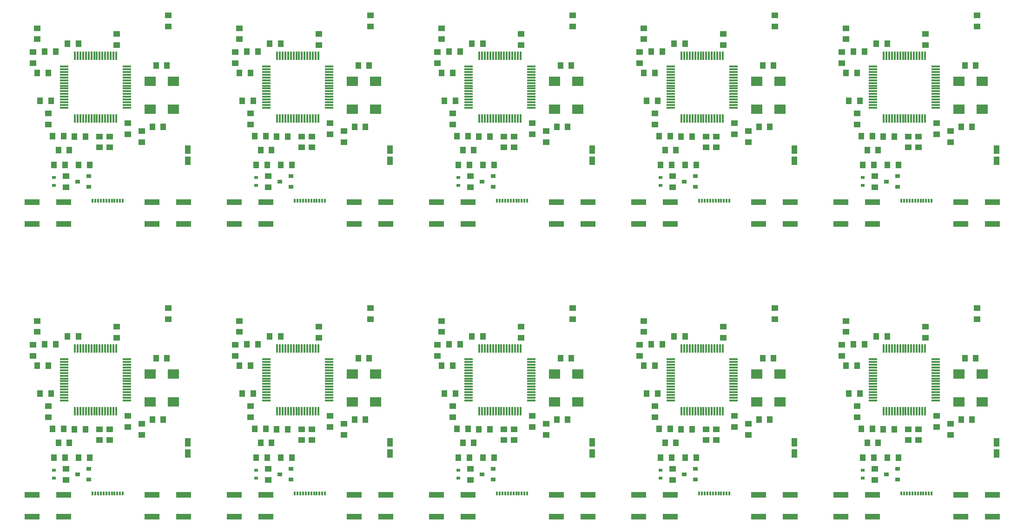
<source format=gtp>
G04 #@! TF.FileFunction,Paste,Top*
%FSLAX46Y46*%
G04 Gerber Fmt 4.6, Leading zero omitted, Abs format (unit mm)*
G04 Created by KiCad (PCBNEW 4.0.6) date Fri Nov 17 13:30:40 2017*
%MOMM*%
%LPD*%
G01*
G04 APERTURE LIST*
%ADD10C,0.100000*%
%ADD11R,1.000000X1.250000*%
%ADD12R,1.250000X1.000000*%
%ADD13R,0.700000X0.600000*%
%ADD14R,0.300000X0.700000*%
%ADD15R,2.750000X1.000000*%
%ADD16R,1.500000X0.300000*%
%ADD17R,0.300000X1.500000*%
%ADD18R,0.900000X0.800000*%
%ADD19R,2.000000X1.800000*%
%ADD20R,1.000000X1.524000*%
G04 APERTURE END LIST*
D10*
D11*
X87004400Y-54203600D03*
X85004400Y-54203600D03*
D12*
X82397600Y-66106800D03*
X82397600Y-68106800D03*
X79883000Y-66659000D03*
X79883000Y-64659000D03*
X77851000Y-50403000D03*
X77851000Y-48403000D03*
D11*
X70850000Y-50165000D03*
X68850000Y-50165000D03*
X64722500Y-51625500D03*
X66722500Y-51625500D03*
D12*
X65405000Y-62881000D03*
X65405000Y-64881000D03*
D11*
X65897000Y-60579000D03*
X63897000Y-60579000D03*
D12*
X68580000Y-74311000D03*
X68580000Y-76311000D03*
D11*
X72882000Y-72263000D03*
X70882000Y-72263000D03*
D13*
X66421000Y-76011000D03*
X66421000Y-74611000D03*
D11*
X66437000Y-72263000D03*
X68437000Y-72263000D03*
D14*
X73450000Y-78800000D03*
X73950000Y-78800000D03*
X74450000Y-78800000D03*
X74950000Y-78800000D03*
X75450000Y-78800000D03*
X75950000Y-78800000D03*
X76450000Y-78800000D03*
X78950000Y-78800000D03*
X77950000Y-78800000D03*
X77450000Y-78800000D03*
X76950000Y-78800000D03*
X78450000Y-78800000D03*
D11*
X67224400Y-69545200D03*
X69224400Y-69545200D03*
X65389000Y-55499000D03*
X63389000Y-55499000D03*
D12*
X62611000Y-53705000D03*
X62611000Y-51705000D03*
D11*
X70120000Y-67081400D03*
X72120000Y-67081400D03*
D12*
X74726800Y-69097400D03*
X74726800Y-67097400D03*
X76555600Y-67097400D03*
X76555600Y-69097400D03*
D11*
X66183000Y-67056000D03*
X68183000Y-67056000D03*
D12*
X63322200Y-47361600D03*
X63322200Y-49361600D03*
X87198200Y-45050200D03*
X87198200Y-47050200D03*
D15*
X68158000Y-79026000D03*
X62398000Y-79026000D03*
X62398000Y-83026000D03*
X68158000Y-83026000D03*
X90002000Y-79026000D03*
X84242000Y-79026000D03*
X84242000Y-83026000D03*
X90002000Y-83026000D03*
D16*
X79677500Y-61852500D03*
X79677500Y-61352500D03*
X79677500Y-60852500D03*
X79677500Y-60352500D03*
X79677500Y-59852500D03*
X79677500Y-59352500D03*
X79677500Y-58852500D03*
X79677500Y-58352500D03*
X79677500Y-57852500D03*
X79677500Y-57352500D03*
X79677500Y-56852500D03*
X79677500Y-56352500D03*
X79677500Y-55852500D03*
X79677500Y-55352500D03*
X79677500Y-54852500D03*
X79677500Y-54352500D03*
D17*
X77727500Y-52402500D03*
X77227500Y-52402500D03*
X76727500Y-52402500D03*
X76227500Y-52402500D03*
X75727500Y-52402500D03*
X75227500Y-52402500D03*
X74727500Y-52402500D03*
X74227500Y-52402500D03*
X73727500Y-52402500D03*
X73227500Y-52402500D03*
X72727500Y-52402500D03*
X72227500Y-52402500D03*
X71727500Y-52402500D03*
X71227500Y-52402500D03*
X70727500Y-52402500D03*
X70227500Y-52402500D03*
D16*
X68277500Y-54352500D03*
X68277500Y-54852500D03*
X68277500Y-55352500D03*
X68277500Y-55852500D03*
X68277500Y-56352500D03*
X68277500Y-56852500D03*
X68277500Y-57352500D03*
X68277500Y-57852500D03*
X68277500Y-58352500D03*
X68277500Y-58852500D03*
X68277500Y-59352500D03*
X68277500Y-59852500D03*
X68277500Y-60352500D03*
X68277500Y-60852500D03*
X68277500Y-61352500D03*
X68277500Y-61852500D03*
D17*
X70227500Y-63802500D03*
X70727500Y-63802500D03*
X71227500Y-63802500D03*
X71727500Y-63802500D03*
X72227500Y-63802500D03*
X72727500Y-63802500D03*
X73227500Y-63802500D03*
X73727500Y-63802500D03*
X74227500Y-63802500D03*
X74727500Y-63802500D03*
X75227500Y-63802500D03*
X75727500Y-63802500D03*
X76227500Y-63802500D03*
X76727500Y-63802500D03*
X77227500Y-63802500D03*
X77727500Y-63802500D03*
D18*
X72755000Y-76261000D03*
X72755000Y-74361000D03*
X70755000Y-75311000D03*
D11*
X84318600Y-65379600D03*
X86318600Y-65379600D03*
D19*
X88142500Y-62166500D03*
X88142500Y-57086500D03*
X83942500Y-57086500D03*
X83942500Y-62166500D03*
D20*
X90805000Y-71501000D03*
X90805000Y-69469000D03*
D11*
X123834400Y-54203600D03*
X121834400Y-54203600D03*
D12*
X119227600Y-66106800D03*
X119227600Y-68106800D03*
X116713000Y-66659000D03*
X116713000Y-64659000D03*
X114681000Y-50403000D03*
X114681000Y-48403000D03*
D11*
X107680000Y-50165000D03*
X105680000Y-50165000D03*
X101552500Y-51625500D03*
X103552500Y-51625500D03*
D12*
X102235000Y-62881000D03*
X102235000Y-64881000D03*
D11*
X102727000Y-60579000D03*
X100727000Y-60579000D03*
D12*
X105410000Y-74311000D03*
X105410000Y-76311000D03*
D11*
X109712000Y-72263000D03*
X107712000Y-72263000D03*
D13*
X103251000Y-76011000D03*
X103251000Y-74611000D03*
D11*
X103267000Y-72263000D03*
X105267000Y-72263000D03*
D14*
X110280000Y-78800000D03*
X110780000Y-78800000D03*
X111280000Y-78800000D03*
X111780000Y-78800000D03*
X112280000Y-78800000D03*
X112780000Y-78800000D03*
X113280000Y-78800000D03*
X115780000Y-78800000D03*
X114780000Y-78800000D03*
X114280000Y-78800000D03*
X113780000Y-78800000D03*
X115280000Y-78800000D03*
D11*
X104054400Y-69545200D03*
X106054400Y-69545200D03*
X102219000Y-55499000D03*
X100219000Y-55499000D03*
D12*
X99441000Y-53705000D03*
X99441000Y-51705000D03*
D11*
X106950000Y-67081400D03*
X108950000Y-67081400D03*
D12*
X111556800Y-69097400D03*
X111556800Y-67097400D03*
X113385600Y-67097400D03*
X113385600Y-69097400D03*
D11*
X103013000Y-67056000D03*
X105013000Y-67056000D03*
D12*
X100152200Y-47361600D03*
X100152200Y-49361600D03*
X124028200Y-45050200D03*
X124028200Y-47050200D03*
D15*
X104988000Y-79026000D03*
X99228000Y-79026000D03*
X99228000Y-83026000D03*
X104988000Y-83026000D03*
X126832000Y-79026000D03*
X121072000Y-79026000D03*
X121072000Y-83026000D03*
X126832000Y-83026000D03*
D16*
X116507500Y-61852500D03*
X116507500Y-61352500D03*
X116507500Y-60852500D03*
X116507500Y-60352500D03*
X116507500Y-59852500D03*
X116507500Y-59352500D03*
X116507500Y-58852500D03*
X116507500Y-58352500D03*
X116507500Y-57852500D03*
X116507500Y-57352500D03*
X116507500Y-56852500D03*
X116507500Y-56352500D03*
X116507500Y-55852500D03*
X116507500Y-55352500D03*
X116507500Y-54852500D03*
X116507500Y-54352500D03*
D17*
X114557500Y-52402500D03*
X114057500Y-52402500D03*
X113557500Y-52402500D03*
X113057500Y-52402500D03*
X112557500Y-52402500D03*
X112057500Y-52402500D03*
X111557500Y-52402500D03*
X111057500Y-52402500D03*
X110557500Y-52402500D03*
X110057500Y-52402500D03*
X109557500Y-52402500D03*
X109057500Y-52402500D03*
X108557500Y-52402500D03*
X108057500Y-52402500D03*
X107557500Y-52402500D03*
X107057500Y-52402500D03*
D16*
X105107500Y-54352500D03*
X105107500Y-54852500D03*
X105107500Y-55352500D03*
X105107500Y-55852500D03*
X105107500Y-56352500D03*
X105107500Y-56852500D03*
X105107500Y-57352500D03*
X105107500Y-57852500D03*
X105107500Y-58352500D03*
X105107500Y-58852500D03*
X105107500Y-59352500D03*
X105107500Y-59852500D03*
X105107500Y-60352500D03*
X105107500Y-60852500D03*
X105107500Y-61352500D03*
X105107500Y-61852500D03*
D17*
X107057500Y-63802500D03*
X107557500Y-63802500D03*
X108057500Y-63802500D03*
X108557500Y-63802500D03*
X109057500Y-63802500D03*
X109557500Y-63802500D03*
X110057500Y-63802500D03*
X110557500Y-63802500D03*
X111057500Y-63802500D03*
X111557500Y-63802500D03*
X112057500Y-63802500D03*
X112557500Y-63802500D03*
X113057500Y-63802500D03*
X113557500Y-63802500D03*
X114057500Y-63802500D03*
X114557500Y-63802500D03*
D18*
X109585000Y-76261000D03*
X109585000Y-74361000D03*
X107585000Y-75311000D03*
D11*
X121148600Y-65379600D03*
X123148600Y-65379600D03*
D19*
X124972500Y-62166500D03*
X124972500Y-57086500D03*
X120772500Y-57086500D03*
X120772500Y-62166500D03*
D20*
X127635000Y-71501000D03*
X127635000Y-69469000D03*
D11*
X160664400Y-54203600D03*
X158664400Y-54203600D03*
D12*
X156057600Y-66106800D03*
X156057600Y-68106800D03*
X153543000Y-66659000D03*
X153543000Y-64659000D03*
X151511000Y-50403000D03*
X151511000Y-48403000D03*
D11*
X144510000Y-50165000D03*
X142510000Y-50165000D03*
X138382500Y-51625500D03*
X140382500Y-51625500D03*
D12*
X139065000Y-62881000D03*
X139065000Y-64881000D03*
D11*
X139557000Y-60579000D03*
X137557000Y-60579000D03*
D12*
X142240000Y-74311000D03*
X142240000Y-76311000D03*
D11*
X146542000Y-72263000D03*
X144542000Y-72263000D03*
D13*
X140081000Y-76011000D03*
X140081000Y-74611000D03*
D11*
X140097000Y-72263000D03*
X142097000Y-72263000D03*
D14*
X147110000Y-78800000D03*
X147610000Y-78800000D03*
X148110000Y-78800000D03*
X148610000Y-78800000D03*
X149110000Y-78800000D03*
X149610000Y-78800000D03*
X150110000Y-78800000D03*
X152610000Y-78800000D03*
X151610000Y-78800000D03*
X151110000Y-78800000D03*
X150610000Y-78800000D03*
X152110000Y-78800000D03*
D11*
X140884400Y-69545200D03*
X142884400Y-69545200D03*
X139049000Y-55499000D03*
X137049000Y-55499000D03*
D12*
X136271000Y-53705000D03*
X136271000Y-51705000D03*
D11*
X143780000Y-67081400D03*
X145780000Y-67081400D03*
D12*
X148386800Y-69097400D03*
X148386800Y-67097400D03*
X150215600Y-67097400D03*
X150215600Y-69097400D03*
D11*
X139843000Y-67056000D03*
X141843000Y-67056000D03*
D12*
X136982200Y-47361600D03*
X136982200Y-49361600D03*
X160858200Y-45050200D03*
X160858200Y-47050200D03*
D15*
X141818000Y-79026000D03*
X136058000Y-79026000D03*
X136058000Y-83026000D03*
X141818000Y-83026000D03*
X163662000Y-79026000D03*
X157902000Y-79026000D03*
X157902000Y-83026000D03*
X163662000Y-83026000D03*
D16*
X153337500Y-61852500D03*
X153337500Y-61352500D03*
X153337500Y-60852500D03*
X153337500Y-60352500D03*
X153337500Y-59852500D03*
X153337500Y-59352500D03*
X153337500Y-58852500D03*
X153337500Y-58352500D03*
X153337500Y-57852500D03*
X153337500Y-57352500D03*
X153337500Y-56852500D03*
X153337500Y-56352500D03*
X153337500Y-55852500D03*
X153337500Y-55352500D03*
X153337500Y-54852500D03*
X153337500Y-54352500D03*
D17*
X151387500Y-52402500D03*
X150887500Y-52402500D03*
X150387500Y-52402500D03*
X149887500Y-52402500D03*
X149387500Y-52402500D03*
X148887500Y-52402500D03*
X148387500Y-52402500D03*
X147887500Y-52402500D03*
X147387500Y-52402500D03*
X146887500Y-52402500D03*
X146387500Y-52402500D03*
X145887500Y-52402500D03*
X145387500Y-52402500D03*
X144887500Y-52402500D03*
X144387500Y-52402500D03*
X143887500Y-52402500D03*
D16*
X141937500Y-54352500D03*
X141937500Y-54852500D03*
X141937500Y-55352500D03*
X141937500Y-55852500D03*
X141937500Y-56352500D03*
X141937500Y-56852500D03*
X141937500Y-57352500D03*
X141937500Y-57852500D03*
X141937500Y-58352500D03*
X141937500Y-58852500D03*
X141937500Y-59352500D03*
X141937500Y-59852500D03*
X141937500Y-60352500D03*
X141937500Y-60852500D03*
X141937500Y-61352500D03*
X141937500Y-61852500D03*
D17*
X143887500Y-63802500D03*
X144387500Y-63802500D03*
X144887500Y-63802500D03*
X145387500Y-63802500D03*
X145887500Y-63802500D03*
X146387500Y-63802500D03*
X146887500Y-63802500D03*
X147387500Y-63802500D03*
X147887500Y-63802500D03*
X148387500Y-63802500D03*
X148887500Y-63802500D03*
X149387500Y-63802500D03*
X149887500Y-63802500D03*
X150387500Y-63802500D03*
X150887500Y-63802500D03*
X151387500Y-63802500D03*
D18*
X146415000Y-76261000D03*
X146415000Y-74361000D03*
X144415000Y-75311000D03*
D11*
X157978600Y-65379600D03*
X159978600Y-65379600D03*
D19*
X161802500Y-62166500D03*
X161802500Y-57086500D03*
X157602500Y-57086500D03*
X157602500Y-62166500D03*
D20*
X164465000Y-71501000D03*
X164465000Y-69469000D03*
D11*
X197494400Y-54203600D03*
X195494400Y-54203600D03*
D12*
X192887600Y-66106800D03*
X192887600Y-68106800D03*
X190373000Y-66659000D03*
X190373000Y-64659000D03*
X188341000Y-50403000D03*
X188341000Y-48403000D03*
D11*
X181340000Y-50165000D03*
X179340000Y-50165000D03*
X175212500Y-51625500D03*
X177212500Y-51625500D03*
D12*
X175895000Y-62881000D03*
X175895000Y-64881000D03*
D11*
X176387000Y-60579000D03*
X174387000Y-60579000D03*
D12*
X179070000Y-74311000D03*
X179070000Y-76311000D03*
D11*
X183372000Y-72263000D03*
X181372000Y-72263000D03*
D13*
X176911000Y-76011000D03*
X176911000Y-74611000D03*
D11*
X176927000Y-72263000D03*
X178927000Y-72263000D03*
D14*
X183940000Y-78800000D03*
X184440000Y-78800000D03*
X184940000Y-78800000D03*
X185440000Y-78800000D03*
X185940000Y-78800000D03*
X186440000Y-78800000D03*
X186940000Y-78800000D03*
X189440000Y-78800000D03*
X188440000Y-78800000D03*
X187940000Y-78800000D03*
X187440000Y-78800000D03*
X188940000Y-78800000D03*
D11*
X177714400Y-69545200D03*
X179714400Y-69545200D03*
X175879000Y-55499000D03*
X173879000Y-55499000D03*
D12*
X173101000Y-53705000D03*
X173101000Y-51705000D03*
D11*
X180610000Y-67081400D03*
X182610000Y-67081400D03*
D12*
X185216800Y-69097400D03*
X185216800Y-67097400D03*
X187045600Y-67097400D03*
X187045600Y-69097400D03*
D11*
X176673000Y-67056000D03*
X178673000Y-67056000D03*
D12*
X173812200Y-47361600D03*
X173812200Y-49361600D03*
X197688200Y-45050200D03*
X197688200Y-47050200D03*
D15*
X178648000Y-79026000D03*
X172888000Y-79026000D03*
X172888000Y-83026000D03*
X178648000Y-83026000D03*
X200492000Y-79026000D03*
X194732000Y-79026000D03*
X194732000Y-83026000D03*
X200492000Y-83026000D03*
D16*
X190167500Y-61852500D03*
X190167500Y-61352500D03*
X190167500Y-60852500D03*
X190167500Y-60352500D03*
X190167500Y-59852500D03*
X190167500Y-59352500D03*
X190167500Y-58852500D03*
X190167500Y-58352500D03*
X190167500Y-57852500D03*
X190167500Y-57352500D03*
X190167500Y-56852500D03*
X190167500Y-56352500D03*
X190167500Y-55852500D03*
X190167500Y-55352500D03*
X190167500Y-54852500D03*
X190167500Y-54352500D03*
D17*
X188217500Y-52402500D03*
X187717500Y-52402500D03*
X187217500Y-52402500D03*
X186717500Y-52402500D03*
X186217500Y-52402500D03*
X185717500Y-52402500D03*
X185217500Y-52402500D03*
X184717500Y-52402500D03*
X184217500Y-52402500D03*
X183717500Y-52402500D03*
X183217500Y-52402500D03*
X182717500Y-52402500D03*
X182217500Y-52402500D03*
X181717500Y-52402500D03*
X181217500Y-52402500D03*
X180717500Y-52402500D03*
D16*
X178767500Y-54352500D03*
X178767500Y-54852500D03*
X178767500Y-55352500D03*
X178767500Y-55852500D03*
X178767500Y-56352500D03*
X178767500Y-56852500D03*
X178767500Y-57352500D03*
X178767500Y-57852500D03*
X178767500Y-58352500D03*
X178767500Y-58852500D03*
X178767500Y-59352500D03*
X178767500Y-59852500D03*
X178767500Y-60352500D03*
X178767500Y-60852500D03*
X178767500Y-61352500D03*
X178767500Y-61852500D03*
D17*
X180717500Y-63802500D03*
X181217500Y-63802500D03*
X181717500Y-63802500D03*
X182217500Y-63802500D03*
X182717500Y-63802500D03*
X183217500Y-63802500D03*
X183717500Y-63802500D03*
X184217500Y-63802500D03*
X184717500Y-63802500D03*
X185217500Y-63802500D03*
X185717500Y-63802500D03*
X186217500Y-63802500D03*
X186717500Y-63802500D03*
X187217500Y-63802500D03*
X187717500Y-63802500D03*
X188217500Y-63802500D03*
D18*
X183245000Y-76261000D03*
X183245000Y-74361000D03*
X181245000Y-75311000D03*
D11*
X194808600Y-65379600D03*
X196808600Y-65379600D03*
D19*
X198632500Y-62166500D03*
X198632500Y-57086500D03*
X194432500Y-57086500D03*
X194432500Y-62166500D03*
D20*
X201295000Y-71501000D03*
X201295000Y-69469000D03*
D11*
X234324400Y-54203600D03*
X232324400Y-54203600D03*
D12*
X229717600Y-66106800D03*
X229717600Y-68106800D03*
X227203000Y-66659000D03*
X227203000Y-64659000D03*
X225171000Y-50403000D03*
X225171000Y-48403000D03*
D11*
X218170000Y-50165000D03*
X216170000Y-50165000D03*
X212042500Y-51625500D03*
X214042500Y-51625500D03*
D12*
X212725000Y-62881000D03*
X212725000Y-64881000D03*
D11*
X213217000Y-60579000D03*
X211217000Y-60579000D03*
D12*
X215900000Y-74311000D03*
X215900000Y-76311000D03*
D11*
X220202000Y-72263000D03*
X218202000Y-72263000D03*
D13*
X213741000Y-76011000D03*
X213741000Y-74611000D03*
D11*
X213757000Y-72263000D03*
X215757000Y-72263000D03*
D14*
X220770000Y-78800000D03*
X221270000Y-78800000D03*
X221770000Y-78800000D03*
X222270000Y-78800000D03*
X222770000Y-78800000D03*
X223270000Y-78800000D03*
X223770000Y-78800000D03*
X226270000Y-78800000D03*
X225270000Y-78800000D03*
X224770000Y-78800000D03*
X224270000Y-78800000D03*
X225770000Y-78800000D03*
D11*
X214544400Y-69545200D03*
X216544400Y-69545200D03*
X212709000Y-55499000D03*
X210709000Y-55499000D03*
D12*
X209931000Y-53705000D03*
X209931000Y-51705000D03*
D11*
X217440000Y-67081400D03*
X219440000Y-67081400D03*
D12*
X222046800Y-69097400D03*
X222046800Y-67097400D03*
X223875600Y-67097400D03*
X223875600Y-69097400D03*
D11*
X213503000Y-67056000D03*
X215503000Y-67056000D03*
D12*
X210642200Y-47361600D03*
X210642200Y-49361600D03*
X234518200Y-45050200D03*
X234518200Y-47050200D03*
D15*
X215478000Y-79026000D03*
X209718000Y-79026000D03*
X209718000Y-83026000D03*
X215478000Y-83026000D03*
X237322000Y-79026000D03*
X231562000Y-79026000D03*
X231562000Y-83026000D03*
X237322000Y-83026000D03*
D16*
X226997500Y-61852500D03*
X226997500Y-61352500D03*
X226997500Y-60852500D03*
X226997500Y-60352500D03*
X226997500Y-59852500D03*
X226997500Y-59352500D03*
X226997500Y-58852500D03*
X226997500Y-58352500D03*
X226997500Y-57852500D03*
X226997500Y-57352500D03*
X226997500Y-56852500D03*
X226997500Y-56352500D03*
X226997500Y-55852500D03*
X226997500Y-55352500D03*
X226997500Y-54852500D03*
X226997500Y-54352500D03*
D17*
X225047500Y-52402500D03*
X224547500Y-52402500D03*
X224047500Y-52402500D03*
X223547500Y-52402500D03*
X223047500Y-52402500D03*
X222547500Y-52402500D03*
X222047500Y-52402500D03*
X221547500Y-52402500D03*
X221047500Y-52402500D03*
X220547500Y-52402500D03*
X220047500Y-52402500D03*
X219547500Y-52402500D03*
X219047500Y-52402500D03*
X218547500Y-52402500D03*
X218047500Y-52402500D03*
X217547500Y-52402500D03*
D16*
X215597500Y-54352500D03*
X215597500Y-54852500D03*
X215597500Y-55352500D03*
X215597500Y-55852500D03*
X215597500Y-56352500D03*
X215597500Y-56852500D03*
X215597500Y-57352500D03*
X215597500Y-57852500D03*
X215597500Y-58352500D03*
X215597500Y-58852500D03*
X215597500Y-59352500D03*
X215597500Y-59852500D03*
X215597500Y-60352500D03*
X215597500Y-60852500D03*
X215597500Y-61352500D03*
X215597500Y-61852500D03*
D17*
X217547500Y-63802500D03*
X218047500Y-63802500D03*
X218547500Y-63802500D03*
X219047500Y-63802500D03*
X219547500Y-63802500D03*
X220047500Y-63802500D03*
X220547500Y-63802500D03*
X221047500Y-63802500D03*
X221547500Y-63802500D03*
X222047500Y-63802500D03*
X222547500Y-63802500D03*
X223047500Y-63802500D03*
X223547500Y-63802500D03*
X224047500Y-63802500D03*
X224547500Y-63802500D03*
X225047500Y-63802500D03*
D18*
X220075000Y-76261000D03*
X220075000Y-74361000D03*
X218075000Y-75311000D03*
D11*
X231638600Y-65379600D03*
X233638600Y-65379600D03*
D19*
X235462500Y-62166500D03*
X235462500Y-57086500D03*
X231262500Y-57086500D03*
X231262500Y-62166500D03*
D20*
X238125000Y-71501000D03*
X238125000Y-69469000D03*
D11*
X87004400Y-107543600D03*
X85004400Y-107543600D03*
D12*
X82397600Y-119446800D03*
X82397600Y-121446800D03*
X79883000Y-119999000D03*
X79883000Y-117999000D03*
X77851000Y-103743000D03*
X77851000Y-101743000D03*
D11*
X70850000Y-103505000D03*
X68850000Y-103505000D03*
X64722500Y-104965500D03*
X66722500Y-104965500D03*
D12*
X65405000Y-116221000D03*
X65405000Y-118221000D03*
D11*
X65897000Y-113919000D03*
X63897000Y-113919000D03*
D12*
X68580000Y-127651000D03*
X68580000Y-129651000D03*
D11*
X72882000Y-125603000D03*
X70882000Y-125603000D03*
D13*
X66421000Y-129351000D03*
X66421000Y-127951000D03*
D11*
X66437000Y-125603000D03*
X68437000Y-125603000D03*
D14*
X73450000Y-132140000D03*
X73950000Y-132140000D03*
X74450000Y-132140000D03*
X74950000Y-132140000D03*
X75450000Y-132140000D03*
X75950000Y-132140000D03*
X76450000Y-132140000D03*
X78950000Y-132140000D03*
X77950000Y-132140000D03*
X77450000Y-132140000D03*
X76950000Y-132140000D03*
X78450000Y-132140000D03*
D11*
X67224400Y-122885200D03*
X69224400Y-122885200D03*
X65389000Y-108839000D03*
X63389000Y-108839000D03*
D12*
X62611000Y-107045000D03*
X62611000Y-105045000D03*
D11*
X70120000Y-120421400D03*
X72120000Y-120421400D03*
D12*
X74726800Y-122437400D03*
X74726800Y-120437400D03*
X76555600Y-120437400D03*
X76555600Y-122437400D03*
D11*
X66183000Y-120396000D03*
X68183000Y-120396000D03*
D12*
X63322200Y-100701600D03*
X63322200Y-102701600D03*
X87198200Y-98390200D03*
X87198200Y-100390200D03*
D15*
X68158000Y-132366000D03*
X62398000Y-132366000D03*
X62398000Y-136366000D03*
X68158000Y-136366000D03*
X90002000Y-132366000D03*
X84242000Y-132366000D03*
X84242000Y-136366000D03*
X90002000Y-136366000D03*
D16*
X79677500Y-115192500D03*
X79677500Y-114692500D03*
X79677500Y-114192500D03*
X79677500Y-113692500D03*
X79677500Y-113192500D03*
X79677500Y-112692500D03*
X79677500Y-112192500D03*
X79677500Y-111692500D03*
X79677500Y-111192500D03*
X79677500Y-110692500D03*
X79677500Y-110192500D03*
X79677500Y-109692500D03*
X79677500Y-109192500D03*
X79677500Y-108692500D03*
X79677500Y-108192500D03*
X79677500Y-107692500D03*
D17*
X77727500Y-105742500D03*
X77227500Y-105742500D03*
X76727500Y-105742500D03*
X76227500Y-105742500D03*
X75727500Y-105742500D03*
X75227500Y-105742500D03*
X74727500Y-105742500D03*
X74227500Y-105742500D03*
X73727500Y-105742500D03*
X73227500Y-105742500D03*
X72727500Y-105742500D03*
X72227500Y-105742500D03*
X71727500Y-105742500D03*
X71227500Y-105742500D03*
X70727500Y-105742500D03*
X70227500Y-105742500D03*
D16*
X68277500Y-107692500D03*
X68277500Y-108192500D03*
X68277500Y-108692500D03*
X68277500Y-109192500D03*
X68277500Y-109692500D03*
X68277500Y-110192500D03*
X68277500Y-110692500D03*
X68277500Y-111192500D03*
X68277500Y-111692500D03*
X68277500Y-112192500D03*
X68277500Y-112692500D03*
X68277500Y-113192500D03*
X68277500Y-113692500D03*
X68277500Y-114192500D03*
X68277500Y-114692500D03*
X68277500Y-115192500D03*
D17*
X70227500Y-117142500D03*
X70727500Y-117142500D03*
X71227500Y-117142500D03*
X71727500Y-117142500D03*
X72227500Y-117142500D03*
X72727500Y-117142500D03*
X73227500Y-117142500D03*
X73727500Y-117142500D03*
X74227500Y-117142500D03*
X74727500Y-117142500D03*
X75227500Y-117142500D03*
X75727500Y-117142500D03*
X76227500Y-117142500D03*
X76727500Y-117142500D03*
X77227500Y-117142500D03*
X77727500Y-117142500D03*
D18*
X72755000Y-129601000D03*
X72755000Y-127701000D03*
X70755000Y-128651000D03*
D11*
X84318600Y-118719600D03*
X86318600Y-118719600D03*
D19*
X88142500Y-115506500D03*
X88142500Y-110426500D03*
X83942500Y-110426500D03*
X83942500Y-115506500D03*
D20*
X90805000Y-124841000D03*
X90805000Y-122809000D03*
D11*
X123834400Y-107543600D03*
X121834400Y-107543600D03*
D12*
X119227600Y-119446800D03*
X119227600Y-121446800D03*
X116713000Y-119999000D03*
X116713000Y-117999000D03*
X114681000Y-103743000D03*
X114681000Y-101743000D03*
D11*
X107680000Y-103505000D03*
X105680000Y-103505000D03*
X101552500Y-104965500D03*
X103552500Y-104965500D03*
D12*
X102235000Y-116221000D03*
X102235000Y-118221000D03*
D11*
X102727000Y-113919000D03*
X100727000Y-113919000D03*
D12*
X105410000Y-127651000D03*
X105410000Y-129651000D03*
D11*
X109712000Y-125603000D03*
X107712000Y-125603000D03*
D13*
X103251000Y-129351000D03*
X103251000Y-127951000D03*
D11*
X103267000Y-125603000D03*
X105267000Y-125603000D03*
D14*
X110280000Y-132140000D03*
X110780000Y-132140000D03*
X111280000Y-132140000D03*
X111780000Y-132140000D03*
X112280000Y-132140000D03*
X112780000Y-132140000D03*
X113280000Y-132140000D03*
X115780000Y-132140000D03*
X114780000Y-132140000D03*
X114280000Y-132140000D03*
X113780000Y-132140000D03*
X115280000Y-132140000D03*
D11*
X104054400Y-122885200D03*
X106054400Y-122885200D03*
X102219000Y-108839000D03*
X100219000Y-108839000D03*
D12*
X99441000Y-107045000D03*
X99441000Y-105045000D03*
D11*
X106950000Y-120421400D03*
X108950000Y-120421400D03*
D12*
X111556800Y-122437400D03*
X111556800Y-120437400D03*
X113385600Y-120437400D03*
X113385600Y-122437400D03*
D11*
X103013000Y-120396000D03*
X105013000Y-120396000D03*
D12*
X100152200Y-100701600D03*
X100152200Y-102701600D03*
X124028200Y-98390200D03*
X124028200Y-100390200D03*
D15*
X104988000Y-132366000D03*
X99228000Y-132366000D03*
X99228000Y-136366000D03*
X104988000Y-136366000D03*
X126832000Y-132366000D03*
X121072000Y-132366000D03*
X121072000Y-136366000D03*
X126832000Y-136366000D03*
D16*
X116507500Y-115192500D03*
X116507500Y-114692500D03*
X116507500Y-114192500D03*
X116507500Y-113692500D03*
X116507500Y-113192500D03*
X116507500Y-112692500D03*
X116507500Y-112192500D03*
X116507500Y-111692500D03*
X116507500Y-111192500D03*
X116507500Y-110692500D03*
X116507500Y-110192500D03*
X116507500Y-109692500D03*
X116507500Y-109192500D03*
X116507500Y-108692500D03*
X116507500Y-108192500D03*
X116507500Y-107692500D03*
D17*
X114557500Y-105742500D03*
X114057500Y-105742500D03*
X113557500Y-105742500D03*
X113057500Y-105742500D03*
X112557500Y-105742500D03*
X112057500Y-105742500D03*
X111557500Y-105742500D03*
X111057500Y-105742500D03*
X110557500Y-105742500D03*
X110057500Y-105742500D03*
X109557500Y-105742500D03*
X109057500Y-105742500D03*
X108557500Y-105742500D03*
X108057500Y-105742500D03*
X107557500Y-105742500D03*
X107057500Y-105742500D03*
D16*
X105107500Y-107692500D03*
X105107500Y-108192500D03*
X105107500Y-108692500D03*
X105107500Y-109192500D03*
X105107500Y-109692500D03*
X105107500Y-110192500D03*
X105107500Y-110692500D03*
X105107500Y-111192500D03*
X105107500Y-111692500D03*
X105107500Y-112192500D03*
X105107500Y-112692500D03*
X105107500Y-113192500D03*
X105107500Y-113692500D03*
X105107500Y-114192500D03*
X105107500Y-114692500D03*
X105107500Y-115192500D03*
D17*
X107057500Y-117142500D03*
X107557500Y-117142500D03*
X108057500Y-117142500D03*
X108557500Y-117142500D03*
X109057500Y-117142500D03*
X109557500Y-117142500D03*
X110057500Y-117142500D03*
X110557500Y-117142500D03*
X111057500Y-117142500D03*
X111557500Y-117142500D03*
X112057500Y-117142500D03*
X112557500Y-117142500D03*
X113057500Y-117142500D03*
X113557500Y-117142500D03*
X114057500Y-117142500D03*
X114557500Y-117142500D03*
D18*
X109585000Y-129601000D03*
X109585000Y-127701000D03*
X107585000Y-128651000D03*
D11*
X121148600Y-118719600D03*
X123148600Y-118719600D03*
D19*
X124972500Y-115506500D03*
X124972500Y-110426500D03*
X120772500Y-110426500D03*
X120772500Y-115506500D03*
D20*
X127635000Y-124841000D03*
X127635000Y-122809000D03*
D11*
X160664400Y-107543600D03*
X158664400Y-107543600D03*
D12*
X156057600Y-119446800D03*
X156057600Y-121446800D03*
X153543000Y-119999000D03*
X153543000Y-117999000D03*
X151511000Y-103743000D03*
X151511000Y-101743000D03*
D11*
X144510000Y-103505000D03*
X142510000Y-103505000D03*
X138382500Y-104965500D03*
X140382500Y-104965500D03*
D12*
X139065000Y-116221000D03*
X139065000Y-118221000D03*
D11*
X139557000Y-113919000D03*
X137557000Y-113919000D03*
D12*
X142240000Y-127651000D03*
X142240000Y-129651000D03*
D11*
X146542000Y-125603000D03*
X144542000Y-125603000D03*
D13*
X140081000Y-129351000D03*
X140081000Y-127951000D03*
D11*
X140097000Y-125603000D03*
X142097000Y-125603000D03*
D14*
X147110000Y-132140000D03*
X147610000Y-132140000D03*
X148110000Y-132140000D03*
X148610000Y-132140000D03*
X149110000Y-132140000D03*
X149610000Y-132140000D03*
X150110000Y-132140000D03*
X152610000Y-132140000D03*
X151610000Y-132140000D03*
X151110000Y-132140000D03*
X150610000Y-132140000D03*
X152110000Y-132140000D03*
D11*
X140884400Y-122885200D03*
X142884400Y-122885200D03*
X139049000Y-108839000D03*
X137049000Y-108839000D03*
D12*
X136271000Y-107045000D03*
X136271000Y-105045000D03*
D11*
X143780000Y-120421400D03*
X145780000Y-120421400D03*
D12*
X148386800Y-122437400D03*
X148386800Y-120437400D03*
X150215600Y-120437400D03*
X150215600Y-122437400D03*
D11*
X139843000Y-120396000D03*
X141843000Y-120396000D03*
D12*
X136982200Y-100701600D03*
X136982200Y-102701600D03*
X160858200Y-98390200D03*
X160858200Y-100390200D03*
D15*
X141818000Y-132366000D03*
X136058000Y-132366000D03*
X136058000Y-136366000D03*
X141818000Y-136366000D03*
X163662000Y-132366000D03*
X157902000Y-132366000D03*
X157902000Y-136366000D03*
X163662000Y-136366000D03*
D16*
X153337500Y-115192500D03*
X153337500Y-114692500D03*
X153337500Y-114192500D03*
X153337500Y-113692500D03*
X153337500Y-113192500D03*
X153337500Y-112692500D03*
X153337500Y-112192500D03*
X153337500Y-111692500D03*
X153337500Y-111192500D03*
X153337500Y-110692500D03*
X153337500Y-110192500D03*
X153337500Y-109692500D03*
X153337500Y-109192500D03*
X153337500Y-108692500D03*
X153337500Y-108192500D03*
X153337500Y-107692500D03*
D17*
X151387500Y-105742500D03*
X150887500Y-105742500D03*
X150387500Y-105742500D03*
X149887500Y-105742500D03*
X149387500Y-105742500D03*
X148887500Y-105742500D03*
X148387500Y-105742500D03*
X147887500Y-105742500D03*
X147387500Y-105742500D03*
X146887500Y-105742500D03*
X146387500Y-105742500D03*
X145887500Y-105742500D03*
X145387500Y-105742500D03*
X144887500Y-105742500D03*
X144387500Y-105742500D03*
X143887500Y-105742500D03*
D16*
X141937500Y-107692500D03*
X141937500Y-108192500D03*
X141937500Y-108692500D03*
X141937500Y-109192500D03*
X141937500Y-109692500D03*
X141937500Y-110192500D03*
X141937500Y-110692500D03*
X141937500Y-111192500D03*
X141937500Y-111692500D03*
X141937500Y-112192500D03*
X141937500Y-112692500D03*
X141937500Y-113192500D03*
X141937500Y-113692500D03*
X141937500Y-114192500D03*
X141937500Y-114692500D03*
X141937500Y-115192500D03*
D17*
X143887500Y-117142500D03*
X144387500Y-117142500D03*
X144887500Y-117142500D03*
X145387500Y-117142500D03*
X145887500Y-117142500D03*
X146387500Y-117142500D03*
X146887500Y-117142500D03*
X147387500Y-117142500D03*
X147887500Y-117142500D03*
X148387500Y-117142500D03*
X148887500Y-117142500D03*
X149387500Y-117142500D03*
X149887500Y-117142500D03*
X150387500Y-117142500D03*
X150887500Y-117142500D03*
X151387500Y-117142500D03*
D18*
X146415000Y-129601000D03*
X146415000Y-127701000D03*
X144415000Y-128651000D03*
D11*
X157978600Y-118719600D03*
X159978600Y-118719600D03*
D19*
X161802500Y-115506500D03*
X161802500Y-110426500D03*
X157602500Y-110426500D03*
X157602500Y-115506500D03*
D20*
X164465000Y-124841000D03*
X164465000Y-122809000D03*
D11*
X197494400Y-107543600D03*
X195494400Y-107543600D03*
D12*
X192887600Y-119446800D03*
X192887600Y-121446800D03*
X190373000Y-119999000D03*
X190373000Y-117999000D03*
X188341000Y-103743000D03*
X188341000Y-101743000D03*
D11*
X181340000Y-103505000D03*
X179340000Y-103505000D03*
X175212500Y-104965500D03*
X177212500Y-104965500D03*
D12*
X175895000Y-116221000D03*
X175895000Y-118221000D03*
D11*
X176387000Y-113919000D03*
X174387000Y-113919000D03*
D12*
X179070000Y-127651000D03*
X179070000Y-129651000D03*
D11*
X183372000Y-125603000D03*
X181372000Y-125603000D03*
D13*
X176911000Y-129351000D03*
X176911000Y-127951000D03*
D11*
X176927000Y-125603000D03*
X178927000Y-125603000D03*
D14*
X183940000Y-132140000D03*
X184440000Y-132140000D03*
X184940000Y-132140000D03*
X185440000Y-132140000D03*
X185940000Y-132140000D03*
X186440000Y-132140000D03*
X186940000Y-132140000D03*
X189440000Y-132140000D03*
X188440000Y-132140000D03*
X187940000Y-132140000D03*
X187440000Y-132140000D03*
X188940000Y-132140000D03*
D11*
X177714400Y-122885200D03*
X179714400Y-122885200D03*
X175879000Y-108839000D03*
X173879000Y-108839000D03*
D12*
X173101000Y-107045000D03*
X173101000Y-105045000D03*
D11*
X180610000Y-120421400D03*
X182610000Y-120421400D03*
D12*
X185216800Y-122437400D03*
X185216800Y-120437400D03*
X187045600Y-120437400D03*
X187045600Y-122437400D03*
D11*
X176673000Y-120396000D03*
X178673000Y-120396000D03*
D12*
X173812200Y-100701600D03*
X173812200Y-102701600D03*
X197688200Y-98390200D03*
X197688200Y-100390200D03*
D15*
X178648000Y-132366000D03*
X172888000Y-132366000D03*
X172888000Y-136366000D03*
X178648000Y-136366000D03*
X200492000Y-132366000D03*
X194732000Y-132366000D03*
X194732000Y-136366000D03*
X200492000Y-136366000D03*
D16*
X190167500Y-115192500D03*
X190167500Y-114692500D03*
X190167500Y-114192500D03*
X190167500Y-113692500D03*
X190167500Y-113192500D03*
X190167500Y-112692500D03*
X190167500Y-112192500D03*
X190167500Y-111692500D03*
X190167500Y-111192500D03*
X190167500Y-110692500D03*
X190167500Y-110192500D03*
X190167500Y-109692500D03*
X190167500Y-109192500D03*
X190167500Y-108692500D03*
X190167500Y-108192500D03*
X190167500Y-107692500D03*
D17*
X188217500Y-105742500D03*
X187717500Y-105742500D03*
X187217500Y-105742500D03*
X186717500Y-105742500D03*
X186217500Y-105742500D03*
X185717500Y-105742500D03*
X185217500Y-105742500D03*
X184717500Y-105742500D03*
X184217500Y-105742500D03*
X183717500Y-105742500D03*
X183217500Y-105742500D03*
X182717500Y-105742500D03*
X182217500Y-105742500D03*
X181717500Y-105742500D03*
X181217500Y-105742500D03*
X180717500Y-105742500D03*
D16*
X178767500Y-107692500D03*
X178767500Y-108192500D03*
X178767500Y-108692500D03*
X178767500Y-109192500D03*
X178767500Y-109692500D03*
X178767500Y-110192500D03*
X178767500Y-110692500D03*
X178767500Y-111192500D03*
X178767500Y-111692500D03*
X178767500Y-112192500D03*
X178767500Y-112692500D03*
X178767500Y-113192500D03*
X178767500Y-113692500D03*
X178767500Y-114192500D03*
X178767500Y-114692500D03*
X178767500Y-115192500D03*
D17*
X180717500Y-117142500D03*
X181217500Y-117142500D03*
X181717500Y-117142500D03*
X182217500Y-117142500D03*
X182717500Y-117142500D03*
X183217500Y-117142500D03*
X183717500Y-117142500D03*
X184217500Y-117142500D03*
X184717500Y-117142500D03*
X185217500Y-117142500D03*
X185717500Y-117142500D03*
X186217500Y-117142500D03*
X186717500Y-117142500D03*
X187217500Y-117142500D03*
X187717500Y-117142500D03*
X188217500Y-117142500D03*
D18*
X183245000Y-129601000D03*
X183245000Y-127701000D03*
X181245000Y-128651000D03*
D11*
X194808600Y-118719600D03*
X196808600Y-118719600D03*
D19*
X198632500Y-115506500D03*
X198632500Y-110426500D03*
X194432500Y-110426500D03*
X194432500Y-115506500D03*
D20*
X201295000Y-124841000D03*
X201295000Y-122809000D03*
D11*
X234324400Y-107543600D03*
X232324400Y-107543600D03*
D12*
X229717600Y-119446800D03*
X229717600Y-121446800D03*
X227203000Y-119999000D03*
X227203000Y-117999000D03*
X225171000Y-103743000D03*
X225171000Y-101743000D03*
D11*
X218170000Y-103505000D03*
X216170000Y-103505000D03*
X212042500Y-104965500D03*
X214042500Y-104965500D03*
D12*
X212725000Y-116221000D03*
X212725000Y-118221000D03*
D11*
X213217000Y-113919000D03*
X211217000Y-113919000D03*
D12*
X215900000Y-127651000D03*
X215900000Y-129651000D03*
D11*
X220202000Y-125603000D03*
X218202000Y-125603000D03*
D13*
X213741000Y-129351000D03*
X213741000Y-127951000D03*
D11*
X213757000Y-125603000D03*
X215757000Y-125603000D03*
D14*
X220770000Y-132140000D03*
X221270000Y-132140000D03*
X221770000Y-132140000D03*
X222270000Y-132140000D03*
X222770000Y-132140000D03*
X223270000Y-132140000D03*
X223770000Y-132140000D03*
X226270000Y-132140000D03*
X225270000Y-132140000D03*
X224770000Y-132140000D03*
X224270000Y-132140000D03*
X225770000Y-132140000D03*
D11*
X214544400Y-122885200D03*
X216544400Y-122885200D03*
X212709000Y-108839000D03*
X210709000Y-108839000D03*
D12*
X209931000Y-107045000D03*
X209931000Y-105045000D03*
D11*
X217440000Y-120421400D03*
X219440000Y-120421400D03*
D12*
X222046800Y-122437400D03*
X222046800Y-120437400D03*
X223875600Y-120437400D03*
X223875600Y-122437400D03*
D11*
X213503000Y-120396000D03*
X215503000Y-120396000D03*
D12*
X210642200Y-100701600D03*
X210642200Y-102701600D03*
X234518200Y-98390200D03*
X234518200Y-100390200D03*
D15*
X215478000Y-132366000D03*
X209718000Y-132366000D03*
X209718000Y-136366000D03*
X215478000Y-136366000D03*
X237322000Y-132366000D03*
X231562000Y-132366000D03*
X231562000Y-136366000D03*
X237322000Y-136366000D03*
D16*
X226997500Y-115192500D03*
X226997500Y-114692500D03*
X226997500Y-114192500D03*
X226997500Y-113692500D03*
X226997500Y-113192500D03*
X226997500Y-112692500D03*
X226997500Y-112192500D03*
X226997500Y-111692500D03*
X226997500Y-111192500D03*
X226997500Y-110692500D03*
X226997500Y-110192500D03*
X226997500Y-109692500D03*
X226997500Y-109192500D03*
X226997500Y-108692500D03*
X226997500Y-108192500D03*
X226997500Y-107692500D03*
D17*
X225047500Y-105742500D03*
X224547500Y-105742500D03*
X224047500Y-105742500D03*
X223547500Y-105742500D03*
X223047500Y-105742500D03*
X222547500Y-105742500D03*
X222047500Y-105742500D03*
X221547500Y-105742500D03*
X221047500Y-105742500D03*
X220547500Y-105742500D03*
X220047500Y-105742500D03*
X219547500Y-105742500D03*
X219047500Y-105742500D03*
X218547500Y-105742500D03*
X218047500Y-105742500D03*
X217547500Y-105742500D03*
D16*
X215597500Y-107692500D03*
X215597500Y-108192500D03*
X215597500Y-108692500D03*
X215597500Y-109192500D03*
X215597500Y-109692500D03*
X215597500Y-110192500D03*
X215597500Y-110692500D03*
X215597500Y-111192500D03*
X215597500Y-111692500D03*
X215597500Y-112192500D03*
X215597500Y-112692500D03*
X215597500Y-113192500D03*
X215597500Y-113692500D03*
X215597500Y-114192500D03*
X215597500Y-114692500D03*
X215597500Y-115192500D03*
D17*
X217547500Y-117142500D03*
X218047500Y-117142500D03*
X218547500Y-117142500D03*
X219047500Y-117142500D03*
X219547500Y-117142500D03*
X220047500Y-117142500D03*
X220547500Y-117142500D03*
X221047500Y-117142500D03*
X221547500Y-117142500D03*
X222047500Y-117142500D03*
X222547500Y-117142500D03*
X223047500Y-117142500D03*
X223547500Y-117142500D03*
X224047500Y-117142500D03*
X224547500Y-117142500D03*
X225047500Y-117142500D03*
D18*
X220075000Y-129601000D03*
X220075000Y-127701000D03*
X218075000Y-128651000D03*
D11*
X231638600Y-118719600D03*
X233638600Y-118719600D03*
D19*
X235462500Y-115506500D03*
X235462500Y-110426500D03*
X231262500Y-110426500D03*
X231262500Y-115506500D03*
D20*
X238125000Y-124841000D03*
X238125000Y-122809000D03*
M02*

</source>
